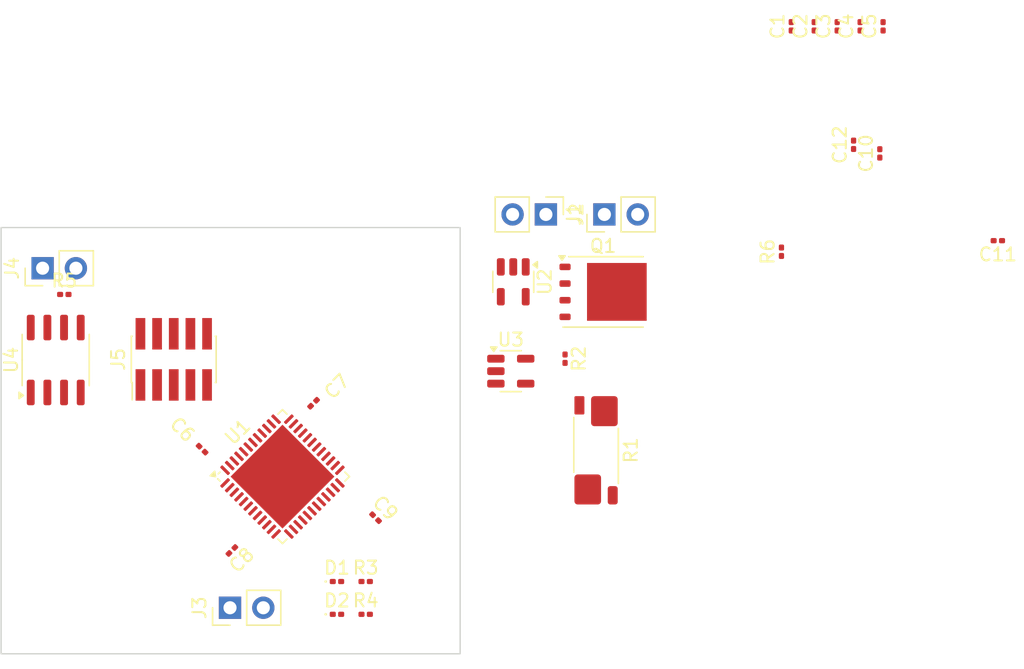
<source format=kicad_pcb>
(kicad_pcb (version 20240108) (generator "pcbnew") (generator_version "8.0")
  (layers (0 "F.Cu" signal) (31 "B.Cu" signal) (34 "B.Paste" user) (35 "F.Paste" user) (36 "B.SilkS" user "B.Silkscreen") (37 "F.SilkS" user "F.Silkscreen") (38 "B.Mask" user) (39 "F.Mask" user) (44 "Edge.Cuts" user))
  (net 0 "")
  (net 1 "Net-(Q1-S-Pad1)")
  (net 2 "Net-(J1-Pin_2)")
  (net 3 "Net-(Q1-G)")
  (net 4 "GND")
  (net 5 "Net-(D1-K)")
  (net 6 "/Mos_EN")
  (net 7 "/JTAG_D1")
  (net 8 "+3.3V")
  (net 9 "Net-(D2-K)")
  (net 10 "/JTAG_RST")
  (net 11 "/Can_Tx")
  (net 12 "/JTAG_D0")
  (net 13 "/JTAG_CLK")
  (net 14 "/JTAG_SWDIO")
  (net 15 "/Can_Rx")
  (net 16 "/Current")
  (net 17 "VDD")
  (net 18 "Net-(U3-+)")
  (net 19 "+5V")
  (net 20 "/Can_L")
  (net 21 "Net-(U4-Rs)")
  (net 22 "/Can_H")
  (net 24 "Net-(D1-A)")
  (net 25 "Net-(D2-A)")
  (footprint "Connector_PinHeader_2.54mm:PinHeader_1x02_P2.54mm_Vertical" (layer "F.Cu") (at 123.453204 80.989949 90)
    (property "Reference" "J3" (at 0 -2.33 270) (layer "F.SilkS"))
    (property "Value" "Conn_01x02")
    (fp_line (start -1.33 -1.33) (end 0 -1.33) (stroke (width 0.12)) (layer "F.SilkS"))
    (fp_line (start -1.33 0) (end -1.33 -1.33) (stroke (width 0.12)) (layer "F.SilkS"))
    (fp_line (start 1.33 1.27) (end 1.33 3.87) (stroke (width 0.12)) (layer "F.SilkS"))
    (fp_line (start -1.33 1.27) (end 1.33 1.27) (stroke (width 0.12)) (layer "F.SilkS"))
    (fp_line (start -1.33 1.27) (end -1.33 3.87) (stroke (width 0.12)) (layer "F.SilkS"))
    (fp_line (start -1.33 3.87) (end 1.33 3.87) (stroke (width 0.12)) (layer "F.SilkS"))
    (pad "1" thru_hole rect (at 0 0 90) (size 1.7 1.7) (drill 1) (layers "*.Cu" "*.Mask") (net 19 "+5V"))
    (pad "2" thru_hole oval (at 0 2.54 90) (size 1.7 1.7) (drill 1) (layers "*.Cu" "*.Mask") (net 4 "GND"))
  )
  (footprint "Capacitor_SMD:C_0201_0603Metric" (layer "F.Cu") (at 166.25 36.655 90)
    (property "Reference" "C1" (at 0 -1.05 270) (layer "F.SilkS"))
    (property "Value" "100n")
    (pad "1" smd roundrect (at -0.32 0 90) (size 0.46 0.4) (layers "F.Cu" "F.Mask") (net 19 "+5V"))
    (pad "2" smd roundrect (at 0.32 0 90) (size 0.46 0.4) (layers "F.Cu" "F.Mask") (net 4 "GND"))
  )
  (footprint "Capacitor_SMD:C_0201_0603Metric" (layer "F.Cu") (at 169.75 36.655 90)
    (property "Reference" "C3" (at 0 -1.05 270) (layer "F.SilkS"))
    (property "Value" "100n")
    (pad "1" smd roundrect (at -0.32 0 90) (size 0.46 0.4) (layers "F.Cu" "F.Mask") (net 17 "VDD"))
    (pad "2" smd roundrect (at 0.32 0 90) (size 0.46 0.4) (layers "F.Cu" "F.Mask") (net 4 "GND"))
  )
  (footprint "Capacitor_SMD:C_0201_0603Metric" (layer "F.Cu") (at 182 53 180)
    (property "Reference" "C11" (at 0 -1.05 180) (layer "F.SilkS"))
    (property "Value" "100n")
    (pad "1" smd roundrect (at -0.32 0 180) (size 0.46 0.4) (layers "F.Cu" "F.Mask") (net 19 "+5V"))
    (pad "2" smd roundrect (at 0.32 0 180) (size 0.46 0.4) (layers "F.Cu" "F.Mask") (net 4 "GND"))
  )
  (footprint "Connector_PinHeader_2.54mm:PinHeader_1x02_P2.54mm_Vertical" (layer "F.Cu") (at 109.163103 55.1 90)
    (property "Reference" "J4" (at 0 -2.33 270) (layer "F.SilkS"))
    (property "Value" "Conn_01x02")
    (fp_line (start -1.33 -1.33) (end 0 -1.33) (stroke (width 0.12)) (layer "F.SilkS"))
    (fp_line (start -1.33 0) (end -1.33 -1.33) (stroke (width 0.12)) (layer "F.SilkS"))
    (fp_line (start 1.33 1.27) (end 1.33 3.87) (stroke (width 0.12)) (layer "F.SilkS"))
    (fp_line (start -1.33 1.27) (end 1.33 1.27) (stroke (width 0.12)) (layer "F.SilkS"))
    (fp_line (start -1.33 1.27) (end -1.33 3.87) (stroke (width 0.12)) (layer "F.SilkS"))
    (fp_line (start -1.33 3.87) (end 1.33 3.87) (stroke (width 0.12)) (layer "F.SilkS"))
    (pad "1" thru_hole rect (at 0 0 90) (size 1.7 1.7) (drill 1) (layers "*.Cu" "*.Mask") (net 22 "/Can_H"))
    (pad "2" thru_hole oval (at 0 2.54 90) (size 1.7 1.7) (drill 1) (layers "*.Cu" "*.Mask") (net 20 "/Can_L"))
  )
  (footprint "Diode_SMD:D_0201_0603Metric" (layer "F.Cu") (at 131.608204 78.989949)
    (property "Reference" "D1" (at 0 -1.05 360) (layer "F.SilkS"))
    (property "Value" "LED")
    (fp_circle (center -0.86 0) (end -0.81 0) (stroke (width 0.1)) (fill none) (layer "F.SilkS"))
    (pad "1" smd roundrect (at -0.32 0) (size 0.46 0.4) (layers "F.Cu" "F.Mask") (net 5 "Net-(D1-K)"))
    (pad "2" smd roundrect (at 0.32 0) (size 0.46 0.4) (layers "F.Cu" "F.Mask") (net 24 "Net-(D1-A)"))
  )
  (footprint "Package_SO:SOIC-8_3.9x4.9mm_P1.27mm" (layer "F.Cu") (at 110.163103 62.1 90)
    (property "Reference" "U4" (at 0 -3.4 270) (layer "F.SilkS"))
    (property "Value" "MCP2551-I-SN")
    (fp_line (start 0 -2.56) (end 1.95 -2.56) (stroke (width 0.12)) (layer "F.SilkS"))
    (fp_line (start 0 -2.56) (end -1.95 -2.56) (stroke (width 0.12)) (layer "F.SilkS"))
    (fp_line (start 0 2.56) (end 1.95 2.56) (stroke (width 0.12)) (layer "F.SilkS"))
    (fp_line (start 0 2.56) (end -1.95 2.56) (stroke (width 0.12)) (layer "F.SilkS"))
    (fp_poly (pts (xy -2.7 -2.465) (xy -2.94 -2.795) (xy -2.46 -2.795) (xy -2.7 -2.465)) (stroke (width 0.12)) (fill solid) (layer "F.SilkS"))
    (pad "1" smd roundrect (at -2.475 -1.905 90) (size 1.95 0.6) (layers "F.Cu" "F.Paste" "F.Mask") (net 11 "/Can_Tx"))
    (pad "2" smd roundrect (at -2.475 -0.635 90) (size 1.95 0.6) (layers "F.Cu" "F.Paste" "F.Mask") (net 4 "GND"))
    (pad "3" smd roundrect (at -2.475 0.635 90) (size 1.95 0.6) (layers "F.Cu" "F.Paste" "F.Mask") (net 19 "+5V"))
    (pad "4" smd roundrect (at -2.475 1.905 90) (size 1.95 0.6) (layers "F.Cu" "F.Paste" "F.Mask") (net 15 "/Can_Rx"))
    (pad "5" smd roundrect (at 2.475 1.905 90) (size 1.95 0.6) (layers "F.Cu" "F.Paste" "F.Mask"))
    (pad "6" smd roundrect (at 2.475 0.635 90) (size 1.95 0.6) (layers "F.Cu" "F.Paste" "F.Mask") (net 20 "/Can_L"))
    (pad "7" smd roundrect (at 2.475 -0.635 90) (size 1.95 0.6) (layers "F.Cu" "F.Paste" "F.Mask") (net 22 "/Can_H"))
    (pad "8" smd roundrect (at 2.475 -1.905 90) (size 1.95 0.6) (layers "F.Cu" "F.Paste" "F.Mask") (net 21 "Net-(U4-Rs)"))
  )
  (footprint "Capacitor_SMD:C_0201_0603Metric" (layer "F.Cu") (at 134.550352 74.122631 -45)
    (property "Reference" "C9" (at 0 -1.05 135) (layer "F.SilkS"))
    (property "Value" "1u")
    (pad "1" smd roundrect (at -0.32 0 315) (size 0.46 0.4) (layers "F.Cu" "F.Mask") (net 8 "+3.3V"))
    (pad "2" smd roundrect (at 0.32 0 315) (size 0.46 0.4) (layers "F.Cu" "F.Mask") (net 4 "GND"))
  )
  (footprint "Package_DFN_QFN:QFN-48-1EP_7x7mm_P0.5mm_EP5.6x5.6mm" (layer "F.Cu") (at 127.453204 70.989949 45)
    (property "Reference" "U1" (at 0 -4.83 45) (layer "F.SilkS"))
    (property "Value" "STM32F103CBUx")
    (fp_line (start -3.135 -3.61) (end -3.31 -3.61) (stroke (width 0.12)) (layer "F.SilkS"))
    (fp_line (start -3.61 -3.135) (end -3.61 -3.37) (stroke (width 0.12)) (layer "F.SilkS"))
    (fp_line (start 3.135 -3.61) (end 3.61 -3.61) (stroke (width 0.12)) (layer "F.SilkS"))
    (fp_line (start 3.61 -3.61) (end 3.61 -3.135) (stroke (width 0.12)) (layer "F.SilkS"))
    (fp_line (start -3.61 3.61) (end -3.61 3.135) (stroke (width 0.12)) (layer "F.SilkS"))
    (fp_line (start -3.135 3.61) (end -3.61 3.61) (stroke (width 0.12)) (layer "F.SilkS"))
    (fp_line (start 3.135 3.61) (end 3.61 3.61) (stroke (width 0.12)) (layer "F.SilkS"))
    (fp_line (start 3.61 3.61) (end 3.61 3.135) (stroke (width 0.12)) (layer "F.SilkS"))
    (fp_poly (pts (xy -3.61 -3.61) (xy -3.85 -3.94) (xy -3.37 -3.94) (xy -3.61 -3.61)) (stroke (width 0.12)) (fill solid) (layer "F.SilkS"))
    (pad "1" smd roundrect (at -3.4375 -2.75 45) (size 0.875 0.25) (layers "F.Cu" "F.Paste" "F.Mask"))
    (pad "2" smd roundrect (at -3.4375 -2.25 45) (size 0.875 0.25) (layers "F.Cu" "F.Paste" "F.Mask"))
    (pad "3" smd roundrect (at -3.4375 -1.749999 45) (size 0.875 0.25) (layers "F.Cu" "F.Paste" "F.Mask"))
    (pad "4" smd roundrect (at -3.4375 -1.25 45) (size 0.875 0.25) (layers "F.Cu" "F.Paste" "F.Mask"))
    (pad "5" smd roundrect (at -3.4375 -0.750001 45) (size 0.875 0.25) (layers "F.Cu" "F.Paste" "F.Mask"))
    (pad "6" smd roundrect (at -3.4375 -0.25 45) (size 0.875 0.25) (layers "F.Cu" "F.Paste" "F.Mask"))
    (pad "7" smd roundrect (at -3.4375 0.25 45) (size 0.875 0.25) (layers "F.Cu" "F.Paste" "F.Mask"))
    (pad "8" smd roundrect (at -3.4375 0.750001 45) (size 0.875 0.25) (layers "F.Cu" "F.Paste" "F.Mask") (net 4 "GND"))
    (pad "9" smd roundrect (at -3.4375 1.25 45) (size 0.875 0.25) (layers "F.Cu" "F.Paste" "F.Mask") (net 8 "+3.3V"))
    (pad "10" smd roundrect (at -3.4375 1.749999 45) (size 0.875 0.25) (layers "F.Cu" "F.Paste" "F.Mask") (net 16 "/Current"))
    (pad "11" smd roundrect (at -3.4375 2.25 45) (size 0.875 0.25) (layers "F.Cu" "F.Paste" "F.Mask"))
    (pad "12" smd roundrect (at -3.4375 2.75 45) (size 0.875 0.25) (layers "F.Cu" "F.Paste" "F.Mask"))
    (pad "13" smd roundrect (at -2.75 3.4375 45) (size 0.25 0.875) (layers "F.Cu" "F.Paste" "F.Mask") (net 9 "Net-(D2-K)"))
    (pad "14" smd roundrect (at -2.25 3.4375 45) (size 0.25 0.875) (layers "F.Cu" "F.Paste" "F.Mask") (net 5 "Net-(D1-K)"))
    (pad "15" smd roundrect (at -1.749999 3.4375 45) (size 0.25 0.875) (layers "F.Cu" "F.Paste" "F.Mask") (net 6 "/Mos_EN"))
    (pad "16" smd roundrect (at -1.25 3.4375 45) (size 0.25 0.875) (layers "F.Cu" "F.Paste" "F.Mask"))
    (pad "17" smd roundrect (at -0.750001 3.4375 45) (size 0.25 0.875) (layers "F.Cu" "F.Paste" "F.Mask"))
    (pad "18" smd roundrect (at -0.25 3.4375 45) (size 0.25 0.875) (layers "F.Cu" "F.Paste" "F.Mask"))
    (pad "19" smd roundrect (at 0.25 3.4375 45) (size 0.25 0.875) (layers "F.Cu" "F.Paste" "F.Mask"))
    (pad "20" smd roundrect (at 0.750001 3.4375 45) (size 0.25 0.875) (layers "F.Cu" "F.Paste" "F.Mask"))
    (pad "21" smd roundrect (at 1.25 3.4375 45) (size 0.25 0.875) (layers "F.Cu" "F.Paste" "F.Mask"))
    (pad "22" smd roundrect (at 1.749999 3.4375 45) (size 0.25 0.875) (layers "F.Cu" "F.Paste" "F.Mask"))
    (pad "23" smd roundrect (at 2.25 3.4375 45) (size 0.25 0.875) (layers "F.Cu" "F.Paste" "F.Mask") (net 4 "GND"))
    (pad "24" smd roundrect (at 2.75 3.4375 45) (size 0.25 0.875) (layers "F.Cu" "F.Paste" "F.Mask") (net 8 "+3.3V"))
    (pad "25" smd roundrect (at 3.4375 2.75 45) (size 0.875 0.25) (layers "F.Cu" "F.Paste" "F.Mask"))
    (pad "26" smd roundrect (at 3.4375 2.25 45) (size 0.875 0.25) (layers "F.Cu" "F.Paste" "F.Mask"))
    (pad "27" smd roundrect (at 3.4375 1.749999 45) (size 0.875 0.25) (layers "F.Cu" "F.Paste" "F.Mask"))
    (pad "28" smd roundrect (at 3.4375 1.25 45) (size 0.875 0.25) (layers "F.Cu" "F.Paste" "F.Mask"))
    (pad "29" smd roundrect (at 3.4375 0.750001 45) (size 0.875 0.25) (layers "F.Cu" "F.Paste" "F.Mask"))
    (pad "30" smd roundrect (at 3.4375 0.25 45) (size 0.875 0.25) (layers "F.Cu" "F.Paste" "F.Mask"))
    (pad "31" smd roundrect (at 3.4375 -0.25 45) (size 0.875 0.25) (layers "F.Cu" "F.Paste" "F.Mask"))
    (pad "32" smd roundrect (at 3.4375 -0.750001 45) (size 0.875 0.25) (layers "F.Cu" "F.Paste" "F.Mask"))
    (pad "33" smd roundrect (at 3.4375 -1.25 45) (size 0.875 0.25) (layers "F.Cu" "F.Paste" "F.Mask"))
    (pad "34" smd roundrect (at 3.4375 -1.749999 45) (size 0.875 0.25) (layers "F.Cu" "F.Paste" "F.Mask") (net 14 "/JTAG_SWDIO"))
    (pad "35" smd roundrect (at 3.4375 -2.25 45) (size 0.875 0.25) (layers "F.Cu" "F.Paste" "F.Mask") (net 4 "GND"))
    (pad "36" smd roundrect (at 3.4375 -2.75 45) (size 0.875 0.25) (layers "F.Cu" "F.Paste" "F.Mask") (net 8 "+3.3V"))
    (pad "37" smd roundrect (at 2.75 -3.4375 45) (size 0.25 0.875) (layers "F.Cu" "F.Paste" "F.Mask") (net 13 "/JTAG_CLK"))
    (pad "38" smd roundrect (at 2.25 -3.4375 45) (size 0.25 0.875) (layers "F.Cu" "F.Paste" "F.Mask") (net 7 "/JTAG_D1"))
    (pad "39" smd roundrect (at 1.749999 -3.4375 45) (size 0.25 0.875) (layers "F.Cu" "F.Paste" "F.Mask") (net 12 "/JTAG_D0"))
    (pad "40" smd roundrect (at 1.25 -3.4375 45) (size 0.25 0.875) (layers "F.Cu" "F.Paste" "F.Mask") (net 10 "/JTAG_RST"))
    (pad "41" smd roundrect (at 0.750001 -3.4375 45) (size 0.25 0.875) (layers "F.Cu" "F.Paste" "F.Mask"))
    (pad "42" smd roundrect (at 0.25 -3.4375 45) (size 0.25 0.875) (layers "F.Cu" "F.Paste" "F.Mask"))
    (pad "43" smd roundrect (at -0.25 -3.4375 45) (size 0.25 0.875) (layers "F.Cu" "F.Paste" "F.Mask"))
    (pad "44" smd roundrect (at -0.750001 -3.4375 45) (size 0.25 0.875) (layers "F.Cu" "F.Paste" "F.Mask"))
    (pad "45" smd roundrect (at -1.25 -3.4375 45) (size 0.25 0.875) (layers "F.Cu" "F.Paste" "F.Mask") (net 15 "/Can_Rx"))
    (pad "46" smd roundrect (at -1.749999 -3.4375 45) (size 0.25 0.875) (layers "F.Cu" "F.Paste" "F.Mask") (net 11 "/Can_Tx"))
    (pad "47" smd roundrect (at -2.25 -3.4375 45) (size 0.25 0.875) (layers "F.Cu" "F.Paste" "F.Mask") (net 4 "GND"))
    (pad "48" smd roundrect (at -2.75 -3.4375 45) (size 0.25 0.875) (layers "F.Cu" "F.Paste" "F.Mask") (net 8 "+3.3V"))
    (pad "49" smd rect (at 0 0 45) (size 5.6 5.6) (property pad_prop_heatsink) (layers "F.Cu" "F.Mask") (net 4 "GND"))
  )
  (footprint "Connector_PinHeader_1.27mm:PinHeader_2x05_P1.27mm_Vertical_SMD" (layer "F.Cu") (at 119.163103 62.05 90)
    (property "Reference" "J5" (at 0 -4.235 270) (layer "F.SilkS"))
    (property "Value" "Conn_02x05_Counter_Clockwise")
    (fp_line (start 1.765 -3.235) (end 1.765 -3.17) (stroke (width 0.12)) (layer "F.SilkS"))
    (fp_line (start -1.765 -3.235) (end 1.765 -3.235) (stroke (width 0.12)) (layer "F.SilkS"))
    (fp_line (start -1.765 -3.235) (end -1.765 -3.17) (stroke (width 0.12)) (layer "F.SilkS"))
    (fp_line (start -3.09 -3.17) (end -1.765 -3.17) (stroke (width 0.12)) (layer "F.SilkS"))
    (fp_line (start 1.765 3.17) (end 1.765 3.235) (stroke (width 0.12)) (layer "F.SilkS"))
    (fp_line (start -1.765 3.17) (end -1.765 3.235) (stroke (width 0.12)) (layer "F.SilkS"))
    (fp_line (start -1.765 3.235) (end 1.765 3.235) (stroke (width 0.12)) (layer "F.SilkS"))
    (pad "1" smd rect (at -1.95 -2.54 90) (size 2.4 0.74) (layers "F.Cu" "F.Paste" "F.Mask") (net 4 "GND"))
    (pad "2" smd rect (at 1.95 -2.54 90) (size 2.4 0.74) (layers "F.Cu" "F.Paste" "F.Mask"))
    (pad "3" smd rect (at -1.95 -1.27 90) (size 2.4 0.74) (layers "F.Cu" "F.Paste" "F.Mask") (net 4 "GND"))
    (pad "4" smd rect (at 1.95 -1.27 90) (size 2.4 0.74) (layers "F.Cu" "F.Paste" "F.Mask") (net 4 "GND"))
    (pad "5" smd rect (at -1.95 0 90) (size 2.4 0.74) (layers "F.Cu" "F.Paste" "F.Mask") (net 8 "+3.3V"))
    (pad "6" smd rect (at 1.95 0 90) (size 2.4 0.74) (layers "F.Cu" "F.Paste" "F.Mask") (net 14 "/JTAG_SWDIO"))
    (pad "7" smd rect (at -1.95 1.27 90) (size 2.4 0.74) (layers "F.Cu" "F.Paste" "F.Mask") (net 13 "/JTAG_CLK"))
    (pad "8" smd rect (at 1.95 1.27 90) (size 2.4 0.74) (layers "F.Cu" "F.Paste" "F.Mask") (net 12 "/JTAG_D0"))
    (pad "9" smd rect (at -1.95 2.54 90) (size 2.4 0.74) (layers "F.Cu" "F.Paste" "F.Mask") (net 7 "/JTAG_D1"))
    (pad "10" smd rect (at 1.95 2.54 90) (size 2.4 0.74) (layers "F.Cu" "F.Paste" "F.Mask") (net 10 "/JTAG_RST"))
  )
  (footprint "Capacitor_SMD:C_0201_0603Metric" (layer "F.Cu") (at 129.824078 65.396357 45)
    (property "Reference" "C7" (at 2.154874 0.353553 45) (layer "F.SilkS"))
    (property "Value" "100n")
    (pad "1" smd roundrect (at -0.32 0 45) (size 0.46 0.4) (layers "F.Cu" "F.Mask") (net 8 "+3.3V"))
    (pad "2" smd roundrect (at 0.32 0 45) (size 0.46 0.4) (layers "F.Cu" "F.Mask") (net 4 "GND"))
  )
  (footprint "Resistor_SMD:R_0201_0603Metric" (layer "F.Cu") (at 110.818103 57.1)
    (property "Reference" "R5" (at 0 -1.05 360) (layer "F.SilkS"))
    (property "Value" "120r")
    (pad "1" smd roundrect (at -0.32 0) (size 0.46 0.4) (layers "F.Cu" "F.Mask") (net 22 "/Can_H"))
    (pad "2" smd roundrect (at 0.32 0) (size 0.46 0.4) (layers "F.Cu" "F.Mask") (net 20 "/Can_L"))
  )
  (footprint "Resistor_SMD:R_Shunt_Vishay_WSK2512_6332Metric_T1.19mm" (layer "F.Cu") (at 151.365 68.985 -90)
    (property "Reference" "R1" (at 0 -2.65 90) (layer "F.SilkS"))
    (property "Value" "0.5mOhm")
    (fp_line (start -2.5 1.7) (end 1.67 1.7) (stroke (width 0.12)) (layer "F.SilkS"))
    (fp_line (start -1.67 -1.7) (end 2.53 -1.7) (stroke (width 0.12)) (layer "F.SilkS"))
    (pad "1" smd roundrect (at -2.985 -0.635 270) (size 2.29 2.03) (layers "F.Cu" "F.Paste" "F.Mask") (roundrect_rratio 0.12) (net 18 "Net-(U3-+)"))
    (pad "2" smd roundrect (at -3.43 1.27 270) (size 1.4 0.76) (layers "F.Cu" "F.Paste" "F.Mask") (roundrect_rratio 0.12) (net 4 "GND"))
    (pad "3" smd roundrect (at 3.43 -1.27 270) (size 1.4 0.76) (layers "F.Cu" "F.Paste" "F.Mask"))
    (pad "4" smd roundrect (at 2.985 0.635 270) (size 2.29 2.03) (layers "F.Cu" "F.Paste" "F.Mask") (roundrect_rratio 0.12))
  )
  (footprint "Resistor_SMD:R_0201_0603Metric" (layer "F.Cu") (at 133.798204 81.489949)
    (property "Reference" "R4" (at 0 -1.05 360) (layer "F.SilkS"))
    (property "Value" "R")
    (pad "1" smd roundrect (at -0.32 0) (size 0.46 0.4) (layers "F.Cu" "F.Mask") (net 25 "Net-(D2-A)"))
    (pad "2" smd roundrect (at 0.32 0) (size 0.46 0.4) (layers "F.Cu" "F.Mask") (net 4 "GND"))
  )
  (footprint "Diode_SMD:D_0201_0603Metric" (layer "F.Cu") (at 131.608204 81.489949)
    (property "Reference" "D2" (at 0 -1.05 360) (layer "F.SilkS"))
    (property "Value" "LED")
    (fp_circle (center -0.86 0) (end -0.81 0) (stroke (width 0.1)) (fill none) (layer "F.SilkS"))
    (pad "1" smd roundrect (at -0.32 0) (size 0.46 0.4) (layers "F.Cu" "F.Mask") (net 9 "Net-(D2-K)"))
    (pad "2" smd roundrect (at 0.32 0) (size 0.46 0.4) (layers "F.Cu" "F.Mask") (net 25 "Net-(D2-A)"))
  )
  (footprint "Resistor_SMD:R_0201_0603Metric" (layer "F.Cu") (at 149 62 -90)
    (property "Reference" "R2" (at 0 -1.05 90) (layer "F.SilkS"))
    (property "Value" "50r")
    (pad "1" smd roundrect (at -0.32 0 270) (size 0.46 0.4) (layers "F.Cu" "F.Mask") (net 1 "Net-(Q1-S-Pad1)"))
    (pad "2" smd roundrect (at 0.32 0 270) (size 0.46 0.4) (layers "F.Cu" "F.Mask") (net 18 "Net-(U3-+)"))
  )
  (footprint "Connector_PinHeader_2.54mm:PinHeader_1x02_P2.54mm_Vertical" (layer "F.Cu") (at 152 51 90)
    (property "Reference" "J1" (at 0 -2.33 270) (layer "F.SilkS"))
    (property "Value" "Conn_01x02")
    (fp_line (start -1.33 -1.33) (end 0 -1.33) (stroke (width 0.12)) (layer "F.SilkS"))
    (fp_line (start -1.33 0) (end -1.33 -1.33) (stroke (width 0.12)) (layer "F.SilkS"))
    (fp_line (start 1.33 1.27) (end 1.33 3.87) (stroke (width 0.12)) (layer "F.SilkS"))
    (fp_line (start -1.33 1.27) (end 1.33 1.27) (stroke (width 0.12)) (layer "F.SilkS"))
    (fp_line (start -1.33 1.27) (end -1.33 3.87) (stroke (width 0.12)) (layer "F.SilkS"))
    (fp_line (start -1.33 3.87) (end 1.33 3.87) (stroke (width 0.12)) (layer "F.SilkS"))
    (pad "1" thru_hole rect (at 0 0 90) (size 1.7 1.7) (drill 1) (layers "*.Cu" "*.Mask") (net 17 "VDD"))
    (pad "2" thru_hole oval (at 0 2.54 90) (size 1.7 1.7) (drill 1) (layers "*.Cu" "*.Mask") (net 2 "Net-(J1-Pin_2)"))
  )
  (footprint "Package_TO_SOT_SMD:TDSON-8-1" (layer "F.Cu") (at 151.9 56.905)
    (property "Reference" "Q1" (at 0 -3.5 0) (layer "F.SilkS"))
    (property "Value" "BSC072N08NS5")
    (fp_line (start 3.06 -2.685) (end -2.62 -2.685) (stroke (width 0.12)) (layer "F.SilkS"))
    (fp_line (start 3.06 2.685) (end -3.06 2.685) (stroke (width 0.12)) (layer "F.SilkS"))
    (fp_poly (pts (xy -3.131622 -2.42027) (xy -3.371622 -2.75027) (xy -2.891622 -2.75027) (xy -3.131622 -2.42027)) (stroke (width 0.12)) (fill solid) (layer "F.SilkS"))
    (pad "1" smd roundrect (at -2.9 -1.905) (size 0.85 0.5) (layers "F.Cu" "F.Paste" "F.Mask") (net 1 "Net-(Q1-S-Pad1)"))
    (pad "2" smd roundrect (at -2.9 -0.635) (size 0.85 0.5) (layers "F.Cu" "F.Paste" "F.Mask") (net 1 "Net-(Q1-S-Pad1)"))
    (pad "3" smd roundrect (at -2.9 0.635) (size 0.85 0.5) (layers "F.Cu" "F.Paste" "F.Mask") (net 1 "Net-(Q1-S-Pad1)"))
    (pad "4" smd roundrect (at -2.9 1.905) (size 0.85 0.5) (layers "F.Cu" "F.Paste" "F.Mask") (net 3 "Net-(Q1-G)"))
    (pad "5" smd rect (at 1.05 0) (size 4.55 4.41) (layers "F.Cu") (net 2 "Net-(J1-Pin_2)"))
  )
  (footprint "Resistor_SMD:R_0201_0603Metric" (layer "F.Cu") (at 133.798204 78.989949)
    (property "Reference" "R3" (at 0 -1.05 360) (layer "F.SilkS"))
    (property "Value" "R")
    (pad "1" smd roundrect (at -0.32 0) (size 0.46 0.4) (layers "F.Cu" "F.Mask") (net 24 "Net-(D1-A)"))
    (pad "2" smd roundrect (at 0.32 0) (size 0.46 0.4) (layers "F.Cu" "F.Mask") (net 4 "GND"))
  )
  (footprint "Capacitor_SMD:C_0201_0603Metric" (layer "F.Cu") (at 168 36.655 90)
    (property "Reference" "C2" (at 0 -1.05 270) (layer "F.SilkS"))
    (property "Value" "100n")
    (pad "1" smd roundrect (at -0.32 0 90) (size 0.46 0.4) (layers "F.Cu" "F.Mask") (net 17 "VDD"))
    (pad "2" smd roundrect (at 0.32 0 90) (size 0.46 0.4) (layers "F.Cu" "F.Mask") (net 4 "GND"))
  )
  (footprint "Capacitor_SMD:C_0201_0603Metric" (layer "F.Cu") (at 123.597804 76.622631 -135)
    (property "Reference" "C8" (at 0 -1.05 225) (layer "F.SilkS"))
    (property "Value" "100n")
    (pad "1" smd roundrect (at -0.32 0 225) (size 0.46 0.4) (layers "F.Cu" "F.Mask") (net 8 "+3.3V"))
    (pad "2" smd roundrect (at 0.32 0 225) (size 0.46 0.4) (layers "F.Cu" "F.Mask") (net 4 "GND"))
  )
  (footprint "Capacitor_SMD:C_0201_0603Metric" (layer "F.Cu") (at 171 45.69 90)
    (property "Reference" "C12" (at 0 -1.05 270) (layer "F.SilkS"))
    (property "Value" "1u")
    (pad "1" smd roundrect (at -0.32 0 90) (size 0.46 0.4) (layers "F.Cu" "F.Mask") (net 19 "+5V"))
    (pad "2" smd roundrect (at 0.32 0 90) (size 0.46 0.4) (layers "F.Cu" "F.Mask") (net 4 "GND"))
  )
  (footprint "Package_TO_SOT_SMD:SOT-23-5" (layer "F.Cu") (at 145.05 56.1375 -90)
    (property "Reference" "U2" (at 0 -2.4 90) (layer "F.SilkS"))
    (property "Value" "FAN3111E")
    (fp_line (start 0 1.56) (end -0.8 1.56) (stroke (width 0.12)) (layer "F.SilkS"))
    (fp_line (start 0 1.56) (end 0.8 1.56) (stroke (width 0.12)) (layer "F.SilkS"))
    (fp_line (start 0 -1.56) (end -0.8 -1.56) (stroke (width 0.12)) (layer "F.SilkS"))
    (fp_line (start 0 -1.56) (end 0.8 -1.56) (stroke (width 0.12)) (layer "F.SilkS"))
    (fp_poly (pts (xy -1.3 -1.51) (xy -1.54 -1.84) (xy -1.06 -1.84) (xy -1.3 -1.51)) (stroke (width 0.12)) (fill solid) (layer "F.SilkS"))
    (pad "1" smd roundrect (at -1.1375 -0.95 270) (size 1.325 0.6) (layers "F.Cu" "F.Paste" "F.Mask") (net 17 "VDD"))
    (pad "2" smd roundrect (at -1.1375 0 270) (size 1.325 0.6) (layers "F.Cu" "F.Paste" "F.Mask") (net 4 "GND"))
    (pad "3" smd roundrect (at -1.1375 0.95 270) (size 1.325 0.6) (layers "F.Cu" "F.Paste" "F.Mask") (net 6 "/Mos_EN"))
    (pad "4" smd roundrect (at 1.1375 0.95 270) (size 1.325 0.6) (layers "F.Cu" "F.Paste" "F.Mask") (net 8 "+3.3V"))
    (pad "5" smd roundrect (at 1.1375 -0.95 270) (size 1.325 0.6) (layers "F.Cu" "F.Paste" "F.Mask") (net 3 "Net-(Q1-G)"))
  )
  (footprint "Package_TO_SOT_SMD:SOT-23-5" (layer "F.Cu") (at 144.8625 62.95)
    (property "Reference" "U3" (at 0 -2.4 360) (layer "F.SilkS"))
    (property "Value" "INA180A1")
    (fp_line (start 0 -1.56) (end -0.8 -1.56) (stroke (width 0.12)) (layer "F.SilkS"))
    (fp_line (start 0 -1.56) (end 0.8 -1.56) (stroke (width 0.12)) (layer "F.SilkS"))
    (fp_line (start 0 1.56) (end -0.8 1.56) (stroke (width 0.12)) (layer "F.SilkS"))
    (fp_line (start 0 1.56) (end 0.8 1.56) (stroke (width 0.12)) (layer "F.SilkS"))
    (fp_poly (pts (xy -1.3 -1.51) (xy -1.54 -1.84) (xy -1.06 -1.84) (xy -1.3 -1.51)) (stroke (width 0.12)) (fill solid) (layer "F.SilkS"))
    (pad "1" smd roundrect (at -1.1375 -0.95) (size 1.325 0.6) (layers "F.Cu" "F.Paste" "F.Mask") (net 16 "/Current"))
    (pad "2" smd roundrect (at -1.1375 0) (size 1.325 0.6) (layers "F.Cu" "F.Paste" "F.Mask") (net 4 "GND"))
    (pad "3" smd roundrect (at -1.1375 0.95) (size 1.325 0.6) (layers "F.Cu" "F.Paste" "F.Mask") (net 18 "Net-(U3-+)"))
    (pad "4" smd roundrect (at 1.1375 0.95) (size 1.325 0.6) (layers "F.Cu" "F.Paste" "F.Mask") (net 4 "GND"))
    (pad "5" smd roundrect (at 1.1375 -0.95) (size 1.325 0.6) (layers "F.Cu" "F.Paste" "F.Mask") (net 8 "+3.3V"))
  )
  (footprint "Capacitor_SMD:C_0201_0603Metric" (layer "F.Cu") (at 171.5 36.655 90)
    (property "Reference" "C4" (at 0 -1.05 270) (layer "F.SilkS"))
    (property "Value" "100n")
    (pad "1" smd roundrect (at -0.32 0 90) (size 0.46 0.4) (layers "F.Cu" "F.Mask") (net 17 "VDD"))
    (pad "2" smd roundrect (at 0.32 0 90) (size 0.46 0.4) (layers "F.Cu" "F.Mask") (net 4 "GND"))
  )
  (footprint "Connector_PinHeader_2.54mm:PinHeader_1x02_P2.54mm_Vertical" (layer "F.Cu") (at 147.54 51 -90)
    (property "Reference" "J2" (at 0 -2.33 90) (layer "F.SilkS"))
    (property "Value" "Conn_01x02")
    (fp_line (start -1.33 3.87) (end 1.33 3.87) (stroke (width 0.12)) (layer "F.SilkS"))
    (fp_line (start -1.33 1.27) (end -1.33 3.87) (stroke (width 0.12)) (layer "F.SilkS"))
    (fp_line (start -1.33 1.27) (end 1.33 1.27) (stroke (width 0.12)) (layer "F.SilkS"))
    (fp_line (start 1.33 1.27) (end 1.33 3.87) (stroke (width 0.12)) (layer "F.SilkS"))
    (fp_line (start -1.33 0) (end -1.33 -1.33) (stroke (width 0.12)) (layer "F.SilkS"))
    (fp_line (start -1.33 -1.33) (end 0 -1.33) (stroke (width 0.12)) (layer "F.SilkS"))
    (pad "1" thru_hole rect (at 0 0 270) (size 1.7 1.7) (drill 1) (layers "*.Cu" "*.Mask") (net 17 "VDD"))
    (pad "2" thru_hole oval (at 0 2.54 270) (size 1.7 1.7) (drill 1) (layers "*.Cu" "*.Mask") (net 4 "GND"))
  )
  (footprint "Capacitor_SMD:C_0201_0603Metric" (layer "F.Cu") (at 173 46.345 90)
    (property "Reference" "C10" (at 0 -1.05 270) (layer "F.SilkS"))
    (property "Value" "100n")
    (pad "1" smd roundrect (at -0.32 0 90) (size 0.46 0.4) (layers "F.Cu" "F.Mask") (net 19 "+5V"))
    (pad "2" smd roundrect (at 0.32 0 90) (size 0.46 0.4) (layers "F.Cu" "F.Mask") (net 4 "GND"))
  )
  (footprint "Capacitor_SMD:C_0201_0603Metric" (layer "F.Cu") (at 121.324078 68.896357 135)
    (property "Reference" "C6" (at 2.12132 0 315) (layer "F.SilkS"))
    (property "Value" "100n")
    (pad "1" smd roundrect (at -0.32 0 135) (size 0.46 0.4) (layers "F.Cu" "F.Mask") (net 8 "+3.3V"))
    (pad "2" smd roundrect (at 0.32 0 135) (size 0.46 0.4) (layers "F.Cu" "F.Mask") (net 4 "GND"))
  )
  (footprint "Resistor_SMD:R_0201_0603Metric" (layer "F.Cu") (at 165.5 53.845 90)
    (property "Reference" "R6" (at 0 -1.05 270) (layer "F.SilkS"))
    (property "Value" "120k")
    (pad "1" smd roundrect (at -0.32 0 90) (size 0.46 0.4) (layers "F.Cu" "F.Mask") (net 21 "Net-(U4-Rs)"))
    (pad "2" smd roundrect (at 0.32 0 90) (size 0.46 0.4) (layers "F.Cu" "F.Mask") (net 4 "GND"))
  )
  (footprint "Capacitor_SMD:C_0201_0603Metric" (layer "F.Cu") (at 173.25 36.655 90)
    (property "Reference" "C5" (at 0 -1.05 270) (layer "F.SilkS"))
    (property "Value" "1u" (hide yes))
    (pad "1" smd roundrect (at -0.32 0 90) (size 0.46 0.4) (layers "F.Cu" "F.Mask") (net 17 "VDD"))
    (pad "2" smd roundrect (at 0.32 0 90) (size 0.46 0.4) (layers "F.Cu" "F.Mask") (net 4 "GND"))
  )
  (gr_rect (start 106 52) (end 141 84.5) (stroke (width 0.1)) (fill none) (layer "Edge.Cuts"))
)
</source>
